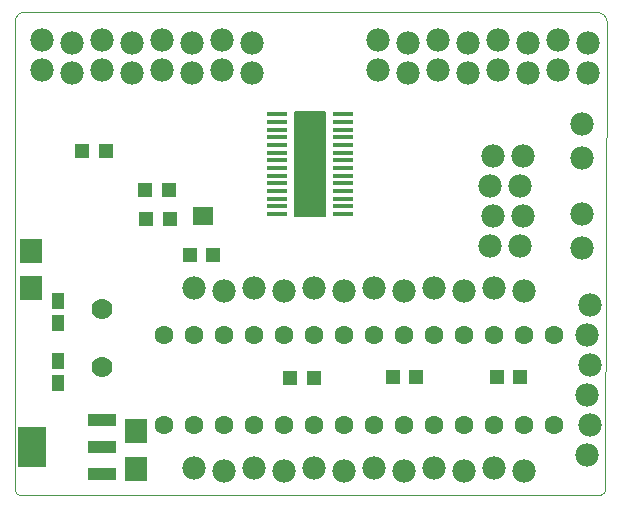
<source format=gts>
G75*
G70*
%OFA0B0*%
%FSLAX24Y24*%
%IPPOS*%
%LPD*%
%AMOC8*
5,1,8,0,0,1.08239X$1,22.5*
%
%ADD10C,0.0000*%
%ADD11C,0.0631*%
%ADD12C,0.0700*%
%ADD13R,0.0946X0.0414*%
%ADD14R,0.0946X0.1320*%
%ADD15C,0.0780*%
%ADD16R,0.0434X0.0552*%
%ADD17R,0.0512X0.0512*%
%ADD18R,0.0749X0.0827*%
%ADD19R,0.0650X0.0138*%
%ADD20C,0.0476*%
%ADD21C,0.0050*%
%ADD22R,0.0670X0.0631*%
D10*
X002348Y003185D02*
X021596Y003185D01*
X021596Y003184D02*
X021625Y003181D01*
X021654Y003182D01*
X021683Y003186D01*
X021711Y003193D01*
X021739Y003204D01*
X021764Y003218D01*
X021788Y003235D01*
X021810Y003255D01*
X021829Y003278D01*
X021845Y003302D01*
X021858Y003328D01*
X021868Y003356D01*
X021875Y003385D01*
X021874Y003385D02*
X021914Y018935D01*
X021913Y018970D01*
X021909Y019004D01*
X021901Y019037D01*
X021890Y019070D01*
X021875Y019101D01*
X021857Y019131D01*
X021836Y019158D01*
X021813Y019183D01*
X021787Y019206D01*
X021759Y019225D01*
X021728Y019242D01*
X021697Y019255D01*
X021664Y019265D01*
X021630Y019272D01*
X021595Y019275D01*
X002456Y019275D01*
X002425Y019272D01*
X002394Y019265D01*
X002364Y019255D01*
X002335Y019241D01*
X002309Y019224D01*
X002284Y019204D01*
X002262Y019182D01*
X002243Y019156D01*
X002227Y019129D01*
X002214Y019100D01*
X002205Y019070D01*
X002199Y019039D01*
X002197Y019008D01*
X002187Y003394D01*
X002188Y003394D02*
X002186Y003370D01*
X002187Y003345D01*
X002192Y003321D01*
X002199Y003298D01*
X002210Y003276D01*
X002224Y003255D01*
X002240Y003237D01*
X002258Y003221D01*
X002279Y003207D01*
X002301Y003197D01*
X002324Y003189D01*
X002348Y003185D01*
D11*
X007145Y005523D03*
X008145Y005523D03*
X009145Y005523D03*
X010145Y005523D03*
X011145Y005523D03*
X012145Y005523D03*
X013145Y005523D03*
X014145Y005523D03*
X015145Y005523D03*
X016145Y005523D03*
X017145Y005523D03*
X018145Y005523D03*
X019145Y005523D03*
X020145Y005523D03*
X020145Y008523D03*
X019145Y008523D03*
X018145Y008523D03*
X017145Y008523D03*
X016145Y008523D03*
X015145Y008523D03*
X014145Y008523D03*
X013145Y008523D03*
X012145Y008523D03*
X011145Y008523D03*
X010145Y008523D03*
X009145Y008523D03*
X008145Y008523D03*
X007145Y008523D03*
D12*
X005087Y009362D03*
X005087Y007441D03*
D13*
X005090Y005686D03*
X005090Y004781D03*
X005090Y003875D03*
D14*
X002767Y004781D03*
D15*
X008145Y004073D03*
X009145Y003973D03*
X010145Y004073D03*
X011145Y003973D03*
X012145Y004073D03*
X013145Y003973D03*
X014145Y004073D03*
X015145Y003973D03*
X016145Y004073D03*
X017145Y003973D03*
X018145Y004073D03*
X019145Y003973D03*
X021258Y004523D03*
X021358Y005523D03*
X021258Y006523D03*
X021358Y007523D03*
X021258Y008523D03*
X021358Y009523D03*
X021087Y011418D03*
X021087Y012558D03*
X019141Y012483D03*
X018140Y012484D03*
X018040Y013484D03*
X019041Y013483D03*
X019141Y014483D03*
X018140Y014484D03*
X017285Y017234D03*
X018285Y017334D03*
X017289Y018237D03*
X018289Y018337D03*
X019289Y018237D03*
X020289Y018337D03*
X020285Y017334D03*
X021285Y017234D03*
X021289Y018237D03*
X019285Y017234D03*
X021086Y015554D03*
X021086Y014414D03*
X019041Y011483D03*
X018040Y011484D03*
X018145Y010073D03*
X019145Y009973D03*
X017145Y009973D03*
X016145Y010073D03*
X015145Y009973D03*
X014145Y010073D03*
X013145Y009973D03*
X012145Y010073D03*
X011145Y009973D03*
X010145Y010073D03*
X009145Y009973D03*
X008145Y010073D03*
X008086Y017233D03*
X009086Y017333D03*
X009089Y018337D03*
X008089Y018237D03*
X007089Y018337D03*
X007086Y017333D03*
X006086Y017233D03*
X005086Y017333D03*
X004086Y017233D03*
X003086Y017333D03*
X003089Y018337D03*
X004089Y018237D03*
X005089Y018337D03*
X006089Y018237D03*
X010089Y018237D03*
X010086Y017233D03*
X014285Y017334D03*
X015285Y017234D03*
X015289Y018237D03*
X014289Y018337D03*
X016289Y018337D03*
X016285Y017334D03*
D16*
X003640Y009661D03*
X003640Y008913D03*
X003640Y007653D03*
X003640Y006905D03*
D17*
X008014Y011177D03*
X008801Y011177D03*
X007345Y012370D03*
X006557Y012370D03*
X006528Y013352D03*
X007315Y013352D03*
X005219Y014642D03*
X004431Y014642D03*
X011356Y007064D03*
X012144Y007064D03*
X014782Y007119D03*
X015569Y007119D03*
X018246Y007122D03*
X019034Y007122D03*
D18*
X006238Y005309D03*
X006238Y004050D03*
X002733Y010063D03*
X002733Y011323D03*
D19*
X010937Y012545D03*
X010937Y012801D03*
X010937Y013057D03*
X010937Y013313D03*
X010937Y013569D03*
X010937Y013825D03*
X010937Y014081D03*
X010937Y014336D03*
X010937Y014592D03*
X010937Y014848D03*
X010937Y015104D03*
X010937Y015360D03*
X010937Y015616D03*
X010937Y015872D03*
X013122Y015872D03*
X013122Y015616D03*
X013122Y015360D03*
X013122Y015104D03*
X013122Y014848D03*
X013122Y014592D03*
X013122Y014336D03*
X013122Y014081D03*
X013122Y013825D03*
X013122Y013569D03*
X013122Y013313D03*
X013122Y013057D03*
X013122Y012801D03*
X013122Y012545D03*
D20*
X012266Y013106D03*
X011793Y012752D03*
X011793Y013500D03*
X012266Y013894D03*
X011793Y014366D03*
X012266Y014760D03*
X011793Y015193D03*
X012266Y015626D03*
D21*
X012541Y015612D02*
X011518Y015612D01*
X011518Y015661D02*
X012541Y015661D01*
X012541Y015709D02*
X011518Y015709D01*
X011518Y015758D02*
X012541Y015758D01*
X012541Y015806D02*
X011518Y015806D01*
X011518Y015855D02*
X012541Y015855D01*
X012541Y015903D02*
X011518Y015903D01*
X011518Y015941D02*
X011518Y012476D01*
X012541Y012476D01*
X012541Y015941D01*
X011518Y015941D01*
X011518Y015563D02*
X012541Y015563D01*
X012541Y015515D02*
X011518Y015515D01*
X011518Y015466D02*
X012541Y015466D01*
X012541Y015418D02*
X011518Y015418D01*
X011518Y015369D02*
X012541Y015369D01*
X012541Y015321D02*
X011518Y015321D01*
X011518Y015272D02*
X012541Y015272D01*
X012541Y015224D02*
X011518Y015224D01*
X011518Y015175D02*
X012541Y015175D01*
X012541Y015127D02*
X011518Y015127D01*
X011518Y015078D02*
X012541Y015078D01*
X012541Y015029D02*
X011518Y015029D01*
X011518Y014981D02*
X012541Y014981D01*
X012541Y014932D02*
X011518Y014932D01*
X011518Y014884D02*
X012541Y014884D01*
X012541Y014835D02*
X011518Y014835D01*
X011518Y014787D02*
X012541Y014787D01*
X012541Y014738D02*
X011518Y014738D01*
X011518Y014690D02*
X012541Y014690D01*
X012541Y014641D02*
X011518Y014641D01*
X011518Y014593D02*
X012541Y014593D01*
X012541Y014544D02*
X011518Y014544D01*
X011518Y014495D02*
X012541Y014495D01*
X012541Y014447D02*
X011518Y014447D01*
X011518Y014398D02*
X012541Y014398D01*
X012541Y014350D02*
X011518Y014350D01*
X011518Y014301D02*
X012541Y014301D01*
X012541Y014253D02*
X011518Y014253D01*
X011518Y014204D02*
X012541Y014204D01*
X012541Y014156D02*
X011518Y014156D01*
X011518Y014107D02*
X012541Y014107D01*
X012541Y014059D02*
X011518Y014059D01*
X011518Y014010D02*
X012541Y014010D01*
X012541Y013961D02*
X011518Y013961D01*
X011518Y013913D02*
X012541Y013913D01*
X012541Y013864D02*
X011518Y013864D01*
X011518Y013816D02*
X012541Y013816D01*
X012541Y013767D02*
X011518Y013767D01*
X011518Y013719D02*
X012541Y013719D01*
X012541Y013670D02*
X011518Y013670D01*
X011518Y013622D02*
X012541Y013622D01*
X012541Y013573D02*
X011518Y013573D01*
X011518Y013525D02*
X012541Y013525D01*
X012541Y013476D02*
X011518Y013476D01*
X011518Y013428D02*
X012541Y013428D01*
X012541Y013379D02*
X011518Y013379D01*
X011518Y013330D02*
X012541Y013330D01*
X012541Y013282D02*
X011518Y013282D01*
X011518Y013233D02*
X012541Y013233D01*
X012541Y013185D02*
X011518Y013185D01*
X011518Y013136D02*
X012541Y013136D01*
X012541Y013088D02*
X011518Y013088D01*
X011518Y013039D02*
X012541Y013039D01*
X012541Y012991D02*
X011518Y012991D01*
X011518Y012942D02*
X012541Y012942D01*
X012541Y012894D02*
X011518Y012894D01*
X011518Y012845D02*
X012541Y012845D01*
X012541Y012796D02*
X011518Y012796D01*
X011518Y012748D02*
X012541Y012748D01*
X012541Y012699D02*
X011518Y012699D01*
X011518Y012651D02*
X012541Y012651D01*
X012541Y012602D02*
X011518Y012602D01*
X011518Y012554D02*
X012541Y012554D01*
X012541Y012505D02*
X011518Y012505D01*
D22*
X008447Y012476D03*
M02*

</source>
